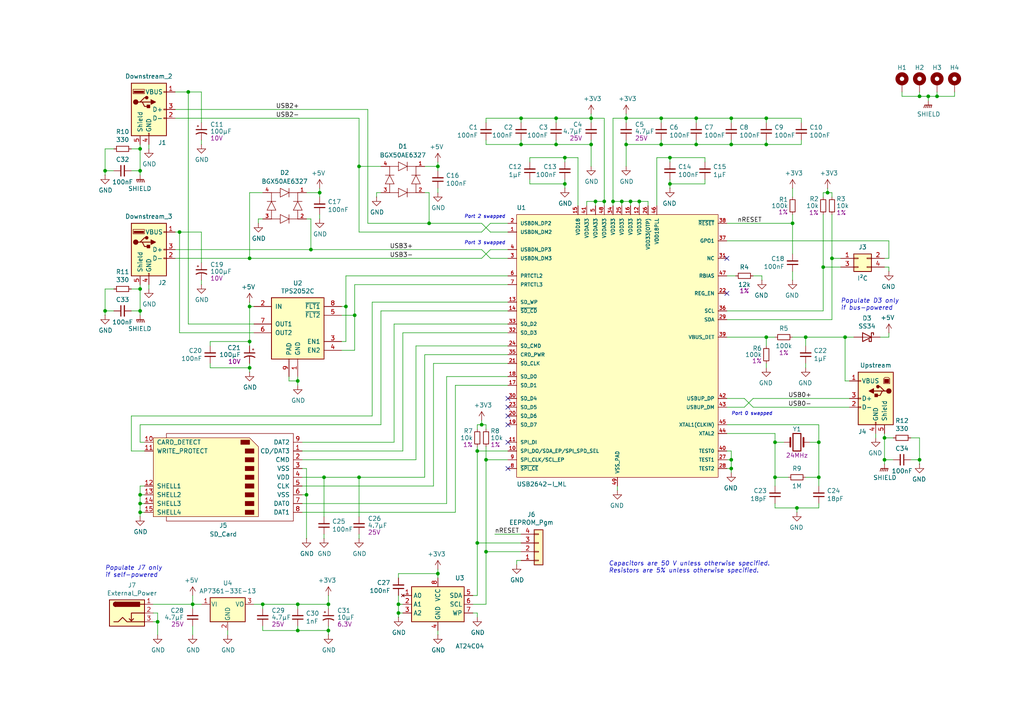
<source format=kicad_sch>
(kicad_sch (version 20231120) (generator "eeschema") (generator_version "8.0")
  (paper "A4")
  (title_block (title "Project 2901") (date "22/11/2020") (rev "1.0") (company "Douglas Almeida") (comment 1 "SD card reader with 2-port USB hub and I²C bridge."))
  (junction (at 138.43 157.48))
  (junction (at 256.54 133.35))
  (junction (at 139.7 123.19))
  (junction (at 140.97 133.35))
  (junction (at 40.64 146.05))
  (junction (at 163.83 53.34))
  (junction (at 266.7 133.35))
  (junction (at 115.57 175.26))
  (junction (at 161.29 34.29))
  (junction (at 88.9 143.51))
  (junction (at 86.36 175.26))
  (junction (at 40.64 148.59))
  (junction (at 212.09 41.91))
  (junction (at 72.39 88.9))
  (junction (at 104.14 138.43))
  (junction (at 172.72 58.42))
  (junction (at 269.24 27.94))
  (junction (at 30.48 90.17))
  (junction (at 163.83 45.72))
  (junction (at 180.34 58.42))
  (junction (at 231.14 147.32))
  (junction (at 194.31 45.72))
  (junction (at 55.88 175.26))
  (junction (at 40.64 49.53))
  (junction (at 222.25 41.91))
  (junction (at 138.43 130.81))
  (junction (at 266.7 27.94))
  (junction (at 212.09 34.29))
  (junction (at 151.13 41.91))
  (junction (at 181.61 41.91))
  (junction (at 237.49 138.43))
  (junction (at 182.88 58.42))
  (junction (at 95.25 182.88))
  (junction (at 212.09 135.89))
  (junction (at 86.36 182.88))
  (junction (at 171.45 41.91))
  (junction (at 90.17 72.39))
  (junction (at 115.57 177.8))
  (junction (at 127 166.37))
  (junction (at 233.68 97.79))
  (junction (at 127 48.26))
  (junction (at 229.87 64.77))
  (junction (at 194.31 53.34))
  (junction (at 95.25 175.26))
  (junction (at 171.45 34.29))
  (junction (at 102.87 91.44))
  (junction (at 40.64 43.18))
  (junction (at 222.25 34.29))
  (junction (at 40.64 143.51))
  (junction (at 93.98 138.43))
  (junction (at 140.97 160.02))
  (junction (at 76.2 175.26))
  (junction (at 201.93 34.29))
  (junction (at 45.72 180.34))
  (junction (at 92.71 55.88))
  (junction (at 52.07 67.31))
  (junction (at 86.36 110.49))
  (junction (at 238.76 77.47))
  (junction (at 245.11 97.79))
  (junction (at 224.79 138.43))
  (junction (at 104.14 48.26))
  (junction (at 100.33 88.9))
  (junction (at 201.93 41.91))
  (junction (at 222.25 97.79))
  (junction (at 256.54 127))
  (junction (at 175.26 58.42))
  (junction (at 124.46 64.77))
  (junction (at 240.03 55.88))
  (junction (at 271.78 27.94))
  (junction (at 177.8 58.42))
  (junction (at 40.64 90.17))
  (junction (at 151.13 34.29))
  (junction (at 181.61 34.29))
  (junction (at 72.39 99.06))
  (junction (at 191.77 34.29))
  (junction (at 191.77 41.91))
  (junction (at 224.79 128.27))
  (junction (at 72.39 106.68))
  (junction (at 54.61 26.67))
  (junction (at 185.42 58.42))
  (junction (at 241.3 74.93))
  (junction (at 237.49 128.27))
  (junction (at 212.09 133.35))
  (junction (at 40.64 83.82))
  (junction (at 161.29 41.91))
  (junction (at 30.48 49.53))
  (junction (at 72.39 74.93))
  (no_connect (at 210.82 85.09))
  (no_connect (at 147.32 120.65))
  (no_connect (at 210.82 74.93))
  (no_connect (at 147.32 135.89))
  (no_connect (at 147.32 118.11))
  (no_connect (at 147.32 115.57))
  (no_connect (at 147.32 128.27))
  (no_connect (at 147.32 123.19))
  (wire (pts (xy 151.13 41.91) (xy 161.29 41.91)))
  (wire (pts (xy 256.54 77.47) (xy 257.81 77.47)))
  (wire (pts (xy 220.98 80.01) (xy 218.44 80.01)))
  (wire (pts (xy 123.19 55.88) (xy 124.46 55.88)))
  (wire (pts (xy 237.49 123.19) (xy 237.49 128.27)))
  (wire (pts (xy 142.24 74.93) (xy 139.7 72.39)))
  (wire (pts (xy 212.09 41.91) (xy 222.25 41.91)))
  (wire (pts (xy 147.32 111.76) (xy 132.08 111.76)))
  (wire (pts (xy 204.47 45.72) (xy 194.31 45.72)))
  (wire (pts (xy 233.68 97.79) (xy 229.87 97.79)))
  (wire (pts (xy 218.44 115.57) (xy 246.38 115.57)))
  (wire (pts (xy 256.54 74.93) (xy 257.81 74.93)))
  (wire (pts (xy 261.62 27.94) (xy 266.7 27.94)))
  (wire (pts (xy 191.77 41.91) (xy 181.61 41.91)))
  (wire (pts (xy 100.33 80.01) (xy 100.33 88.9)))
  (wire (pts (xy 129.54 146.05) (xy 87.63 146.05)))
  (wire (pts (xy 45.72 180.34) (xy 45.72 177.8)))
  (wire (pts (xy 237.49 146.05) (xy 237.49 147.32)))
  (wire (pts (xy 86.36 182.88) (xy 95.25 182.88)))
  (wire (pts (xy 257.81 74.93) (xy 257.81 69.85)))
  (wire (pts (xy 147.32 109.22) (xy 129.54 109.22)))
  (wire (pts (xy 210.82 92.71) (xy 241.3 92.71)))
  (wire (pts (xy 212.09 35.56) (xy 212.09 34.29)))
  (wire (pts (xy 237.49 128.27) (xy 237.49 138.43)))
  (wire (pts (xy 204.47 52.07) (xy 204.47 53.34)))
  (wire (pts (xy 140.97 34.29) (xy 151.13 34.29)))
  (wire (pts (xy 74.93 63.5) (xy 74.93 64.77)))
  (wire (pts (xy 175.26 58.42) (xy 175.26 59.69)))
  (wire (pts (xy 116.84 96.52) (xy 116.84 130.81)))
  (wire (pts (xy 110.49 123.19) (xy 40.64 123.19)))
  (wire (pts (xy 194.31 53.34) (xy 194.31 54.61)))
  (wire (pts (xy 201.93 35.56) (xy 201.93 34.29)))
  (wire (pts (xy 41.91 140.97) (xy 40.64 140.97)))
  (wire (pts (xy 95.25 181.61) (xy 95.25 182.88)))
  (wire (pts (xy 125.73 140.97) (xy 87.63 140.97)))
  (wire (pts (xy 55.88 172.72) (xy 55.88 175.26)))
  (wire (pts (xy 88.9 143.51) (xy 87.63 143.51)))
  (wire (pts (xy 116.84 175.26) (xy 115.57 175.26)))
  (wire (pts (xy 86.36 111.76) (xy 86.36 110.49)))
  (wire (pts (xy 40.64 146.05) (xy 40.64 143.51)))
  (wire (pts (xy 30.48 43.18) (xy 33.02 43.18)))
  (wire (pts (xy 76.2 175.26) (xy 76.2 176.53)))
  (wire (pts (xy 276.86 26.67) (xy 276.86 27.94)))
  (wire (pts (xy 232.41 41.91) (xy 222.25 41.91)))
  (wire (pts (xy 125.73 105.41) (xy 125.73 140.97)))
  (wire (pts (xy 185.42 58.42) (xy 182.88 58.42)))
  (wire (pts (xy 127 49.53) (xy 127 48.26)))
  (wire (pts (xy 204.47 46.99) (xy 204.47 45.72)))
  (wire (pts (xy 140.97 129.54) (xy 140.97 133.35)))
  (wire (pts (xy 269.24 27.94) (xy 266.7 27.94)))
  (wire (pts (xy 58.42 76.2) (xy 58.42 67.31)))
  (wire (pts (xy 106.68 31.75) (xy 50.8 31.75)))
  (wire (pts (xy 115.57 166.37) (xy 115.57 167.64)))
  (wire (pts (xy 30.48 50.8) (xy 30.48 49.53)))
  (wire (pts (xy 238.76 62.23) (xy 238.76 77.47)))
  (wire (pts (xy 95.25 172.72) (xy 95.25 175.26)))
  (wire (pts (xy 266.7 133.35) (xy 266.7 127)))
  (wire (pts (xy 256.54 133.35) (xy 256.54 134.62)))
  (wire (pts (xy 83.82 110.49) (xy 83.82 109.22)))
  (wire (pts (xy 120.65 100.33) (xy 120.65 133.35)))
  (wire (pts (xy 191.77 34.29) (xy 181.61 34.29)))
  (wire (pts (xy 139.7 121.92) (xy 139.7 123.19)))
  (wire (pts (xy 147.32 133.35) (xy 140.97 133.35)))
  (wire (pts (xy 115.57 175.26) (xy 115.57 177.8)))
  (wire (pts (xy 95.25 175.26) (xy 86.36 175.26)))
  (wire (pts (xy 139.7 64.77) (xy 124.46 64.77)))
  (wire (pts (xy 40.64 43.18) (xy 40.64 49.53)))
  (wire (pts (xy 171.45 35.56) (xy 171.45 34.29)))
  (wire (pts (xy 40.64 90.17) (xy 40.64 91.44)))
  (wire (pts (xy 210.82 97.79) (xy 222.25 97.79)))
  (wire (pts (xy 115.57 179.07) (xy 115.57 177.8)))
  (wire (pts (xy 40.64 49.53) (xy 40.64 50.8)))
  (wire (pts (xy 231.14 147.32) (xy 231.14 148.59)))
  (wire (pts (xy 104.14 156.21) (xy 104.14 154.94)))
  (wire (pts (xy 93.98 156.21) (xy 93.98 154.94)))
  (wire (pts (xy 107.95 120.65) (xy 107.95 87.63)))
  (wire (pts (xy 153.67 52.07) (xy 153.67 53.34)))
  (wire (pts (xy 153.67 46.99) (xy 153.67 45.72)))
  (wire (pts (xy 40.64 123.19) (xy 40.64 128.27)))
  (wire (pts (xy 60.96 106.68) (xy 72.39 106.68)))
  (wire (pts (xy 224.79 147.32) (xy 231.14 147.32)))
  (wire (pts (xy 120.65 133.35) (xy 87.63 133.35)))
  (wire (pts (xy 123.19 102.87) (xy 123.19 138.43)))
  (wire (pts (xy 212.09 41.91) (xy 201.93 41.91)))
  (wire (pts (xy 191.77 35.56) (xy 191.77 34.29)))
  (wire (pts (xy 58.42 41.91) (xy 58.42 40.64)))
  (wire (pts (xy 73.66 93.98) (xy 54.61 93.98)))
  (wire (pts (xy 147.32 64.77) (xy 142.24 64.77)))
  (wire (pts (xy 212.09 34.29) (xy 201.93 34.29)))
  (wire (pts (xy 147.32 96.52) (xy 116.84 96.52)))
  (wire (pts (xy 147.32 74.93) (xy 142.24 74.93)))
  (wire (pts (xy 124.46 55.88) (xy 124.46 64.77)))
  (wire (pts (xy 54.61 26.67) (xy 50.8 26.67)))
  (wire (pts (xy 170.18 58.42) (xy 172.72 58.42)))
  (wire (pts (xy 266.7 134.62) (xy 266.7 133.35)))
  (wire (pts (xy 86.36 181.61) (xy 86.36 182.88)))
  (wire (pts (xy 264.16 133.35) (xy 266.7 133.35)))
  (wire (pts (xy 72.39 74.93) (xy 139.7 74.93)))
  (wire (pts (xy 140.97 40.64) (xy 140.97 41.91)))
  (wire (pts (xy 115.57 177.8) (xy 116.84 177.8)))
  (wire (pts (xy 241.3 55.88) (xy 241.3 57.15)))
  (wire (pts (xy 215.9 115.57) (xy 218.44 118.11)))
  (wire (pts (xy 237.49 147.32) (xy 231.14 147.32)))
  (wire (pts (xy 237.49 138.43) (xy 237.49 140.97)))
  (wire (pts (xy 238.76 55.88) (xy 240.03 55.88)))
  (wire (pts (xy 142.24 67.31) (xy 139.7 64.77)))
  (wire (pts (xy 72.39 106.68) (xy 72.39 107.95)))
  (wire (pts (xy 215.9 118.11) (xy 218.44 115.57)))
  (wire (pts (xy 54.61 93.98) (xy 54.61 26.67)))
  (wire (pts (xy 102.87 82.55) (xy 102.87 91.44)))
  (wire (pts (xy 142.24 72.39) (xy 139.7 74.93)))
  (wire (pts (xy 116.84 130.81) (xy 87.63 130.81)))
  (wire (pts (xy 127 167.64) (xy 127 166.37)))
  (wire (pts (xy 99.06 99.06) (xy 100.33 99.06)))
  (wire (pts (xy 218.44 118.11) (xy 246.38 118.11)))
  (wire (pts (xy 33.02 90.17) (xy 30.48 90.17)))
  (wire (pts (xy 107.95 87.63) (xy 147.32 87.63)))
  (wire (pts (xy 72.39 87.63) (xy 72.39 88.9)))
  (wire (pts (xy 201.93 40.64) (xy 201.93 41.91)))
  (wire (pts (xy 269.24 29.21) (xy 269.24 27.94)))
  (wire (pts (xy 161.29 40.64) (xy 161.29 41.91)))
  (wire (pts (xy 38.1 83.82) (xy 40.64 83.82)))
  (wire (pts (xy 181.61 48.26) (xy 181.61 41.91)))
  (wire (pts (xy 243.84 74.93) (xy 241.3 74.93)))
  (wire (pts (xy 171.45 48.26) (xy 171.45 41.91)))
  (wire (pts (xy 110.49 48.26) (xy 104.14 48.26)))
  (wire (pts (xy 187.96 59.69) (xy 187.96 58.42)))
  (wire (pts (xy 257.81 97.79) (xy 255.27 97.79)))
  (wire (pts (xy 72.39 99.06) (xy 72.39 88.9)))
  (wire (pts (xy 149.86 163.83) (xy 149.86 162.56)))
  (wire (pts (xy 90.17 72.39) (xy 139.7 72.39)))
  (wire (pts (xy 90.17 63.5) (xy 90.17 72.39)))
  (wire (pts (xy 237.49 138.43) (xy 233.68 138.43)))
  (wire (pts (xy 212.09 137.16) (xy 212.09 135.89)))
  (wire (pts (xy 72.39 74.93) (xy 50.8 74.93)))
  (wire (pts (xy 181.61 35.56) (xy 181.61 34.29)))
  (wire (pts (xy 52.07 67.31) (xy 50.8 67.31)))
  (wire (pts (xy 256.54 125.73) (xy 256.54 127)))
  (wire (pts (xy 138.43 172.72) (xy 137.16 172.72)))
  (wire (pts (xy 99.06 101.6) (xy 102.87 101.6)))
  (wire (pts (xy 73.66 175.26) (xy 76.2 175.26)))
  (wire (pts (xy 212.09 135.89) (xy 210.82 135.89)))
  (wire (pts (xy 224.79 146.05) (xy 224.79 147.32)))
  (wire (pts (xy 87.63 138.43) (xy 93.98 138.43)))
  (wire (pts (xy 151.13 34.29) (xy 161.29 34.29)))
  (wire (pts (xy 190.5 45.72) (xy 190.5 59.69)))
  (wire (pts (xy 41.91 146.05) (xy 40.64 146.05)))
  (wire (pts (xy 201.93 34.29) (xy 191.77 34.29)))
  (wire (pts (xy 138.43 129.54) (xy 138.43 130.81)))
  (wire (pts (xy 139.7 123.19) (xy 140.97 123.19)))
  (wire (pts (xy 147.32 67.31) (xy 142.24 67.31)))
  (wire (pts (xy 138.43 123.19) (xy 139.7 123.19)))
  (wire (pts (xy 180.34 58.42) (xy 182.88 58.42)))
  (wire (pts (xy 40.64 41.91) (xy 40.64 43.18)))
  (wire (pts (xy 232.41 34.29) (xy 232.41 35.56)))
  (wire (pts (xy 110.49 90.17) (xy 110.49 123.19)))
  (wire (pts (xy 86.36 176.53) (xy 86.36 175.26)))
  (wire (pts (xy 86.36 109.22) (xy 86.36 110.49)))
  (wire (pts (xy 140.97 35.56) (xy 140.97 34.29)))
  (wire (pts (xy 151.13 157.48) (xy 138.43 157.48)))
  (wire (pts (xy 92.71 55.88) (xy 92.71 54.61)))
  (wire (pts (xy 201.93 41.91) (xy 191.77 41.91)))
  (wire (pts (xy 224.79 125.73) (xy 224.79 128.27)))
  (wire (pts (xy 140.97 175.26) (xy 137.16 175.26)))
  (wire (pts (xy 72.39 88.9) (xy 73.66 88.9)))
  (wire (pts (xy 147.32 90.17) (xy 110.49 90.17)))
  (wire (pts (xy 41.91 130.81) (xy 38.1 130.81)))
  (wire (pts (xy 114.3 128.27) (xy 87.63 128.27)))
  (wire (pts (xy 210.82 115.57) (xy 215.9 115.57)))
  (wire (pts (xy 88.9 55.88) (xy 92.71 55.88)))
  (wire (pts (xy 213.36 80.01) (xy 210.82 80.01)))
  (wire (pts (xy 222.25 100.33) (xy 222.25 97.79)))
  (wire (pts (xy 266.7 127) (xy 264.16 127)))
  (wire (pts (xy 66.04 184.15) (xy 66.04 182.88)))
  (wire (pts (xy 138.43 130.81) (xy 138.43 157.48)))
  (wire (pts (xy 229.87 64.77) (xy 229.87 62.23)))
  (wire (pts (xy 151.13 154.94) (xy 143.51 154.94)))
  (wire (pts (xy 222.25 105.41) (xy 222.25 106.68)))
  (wire (pts (xy 266.7 26.67) (xy 266.7 27.94)))
  (wire (pts (xy 58.42 67.31) (xy 52.07 67.31)))
  (wire (pts (xy 50.8 72.39) (xy 90.17 72.39)))
  (wire (pts (xy 38.1 49.53) (xy 40.64 49.53)))
  (wire (pts (xy 73.66 96.52) (xy 52.07 96.52)))
  (wire (pts (xy 194.31 46.99) (xy 194.31 45.72)))
  (wire (pts (xy 232.41 40.64) (xy 232.41 41.91)))
  (wire (pts (xy 38.1 130.81) (xy 38.1 120.65)))
  (wire (pts (xy 243.84 77.47) (xy 238.76 77.47)))
  (wire (pts (xy 60.96 105.41) (xy 60.96 106.68)))
  (wire (pts (xy 93.98 149.86) (xy 93.98 138.43)))
  (wire (pts (xy 127 48.26) (xy 123.19 48.26)))
  (wire (pts (xy 76.2 55.88) (xy 72.39 55.88)))
  (wire (pts (xy 127 166.37) (xy 115.57 166.37)))
  (wire (pts (xy 224.79 97.79) (xy 222.25 97.79)))
  (wire (pts (xy 104.14 34.29) (xy 104.14 48.26)))
  (wire (pts (xy 138.43 124.46) (xy 138.43 123.19)))
  (wire (pts (xy 191.77 40.64) (xy 191.77 41.91)))
  (wire (pts (xy 30.48 90.17) (xy 30.48 83.82)))
  (wire (pts (xy 147.32 72.39) (xy 142.24 72.39)))
  (wire (pts (xy 93.98 138.43) (xy 104.14 138.43)))
  (wire (pts (xy 245.11 97.79) (xy 247.65 97.79)))
  (wire (pts (xy 180.34 59.69) (xy 180.34 58.42)))
  (wire (pts (xy 129.54 109.22) (xy 129.54 146.05)))
  (wire (pts (xy 161.29 34.29) (xy 171.45 34.29)))
  (wire (pts (xy 177.8 58.42) (xy 180.34 58.42)))
  (wire (pts (xy 171.45 40.64) (xy 171.45 41.91)))
  (wire (pts (xy 140.97 133.35) (xy 140.97 160.02)))
  (wire (pts (xy 52.07 96.52) (xy 52.07 67.31)))
  (wire (pts (xy 44.45 175.26) (xy 55.88 175.26)))
  (wire (pts (xy 257.81 77.47) (xy 257.81 78.74)))
  (wire (pts (xy 222.25 35.56) (xy 222.25 34.29)))
  (wire (pts (xy 38.1 90.17) (xy 40.64 90.17)))
  (wire (pts (xy 76.2 181.61) (xy 76.2 182.88)))
  (wire (pts (xy 227.33 128.27) (xy 224.79 128.27)))
  (wire (pts (xy 87.63 135.89) (xy 88.9 135.89)))
  (wire (pts (xy 234.95 128.27) (xy 237.49 128.27)))
  (wire (pts (xy 40.64 82.55) (xy 40.64 83.82)))
  (wire (pts (xy 88.9 63.5) (xy 90.17 63.5)))
  (wire (pts (xy 210.82 123.19) (xy 237.49 123.19)))
  (wire (pts (xy 261.62 26.67) (xy 261.62 27.94)))
  (wire (pts (xy 177.8 59.69) (xy 177.8 58.42)))
  (wire (pts (xy 240.03 54.61) (xy 240.03 55.88)))
  (wire (pts (xy 163.83 52.07) (xy 163.83 53.34)))
  (wire (pts (xy 124.46 64.77) (xy 106.68 64.77)))
  (wire (pts (xy 171.45 33.02) (xy 171.45 34.29)))
  (wire (pts (xy 147.32 93.98) (xy 114.3 93.98)))
  (wire (pts (xy 153.67 53.34) (xy 163.83 53.34)))
  (wire (pts (xy 181.61 34.29) (xy 177.8 34.29)))
  (wire (pts (xy 171.45 34.29) (xy 175.26 34.29)))
  (wire (pts (xy 175.26 34.29) (xy 175.26 58.42)))
  (wire (pts (xy 233.68 100.33) (xy 233.68 97.79)))
  (wire (pts (xy 179.07 140.97) (xy 179.07 142.24)))
  (wire (pts (xy 147.32 105.41) (xy 125.73 105.41)))
  (wire (pts (xy 210.82 118.11) (xy 215.9 118.11)))
  (wire (pts (xy 92.71 57.15) (xy 92.71 55.88)))
  (wire (pts (xy 40.64 83.82) (xy 40.64 90.17)))
  (wire (pts (xy 151.13 40.64) (xy 151.13 41.91)))
  (wire (pts (xy 245.11 110.49) (xy 245.11 97.79)))
  (wire (pts (xy 210.82 64.77) (xy 229.87 64.77)))
  (wire (pts (xy 115.57 172.72) (xy 115.57 175.26)))
  (wire (pts (xy 40.64 143.51) (xy 41.91 143.51)))
  (wire (pts (xy 40.64 149.86) (xy 40.64 148.59)))
  (wire (pts (xy 276.86 27.94) (xy 271.78 27.94)))
  (wire (pts (xy 140.97 160.02) (xy 140.97 175.26)))
  (wire (pts (xy 33.02 49.53) (xy 30.48 49.53)))
  (wire (pts (xy 147.32 82.55) (xy 102.87 82.55)))
  (wire (pts (xy 194.31 45.72) (xy 190.5 45.72)))
  (wire (pts (xy 210.82 90.17) (xy 238.76 90.17)))
  (wire (pts (xy 88.9 156.21) (xy 88.9 143.51)))
  (wire (pts (xy 127 184.15) (xy 127 182.88)))
  (wire (pts (xy 43.18 43.18) (xy 43.18 41.91)))
  (wire (pts (xy 55.88 175.26) (xy 58.42 175.26)))
  (wire (pts (xy 210.82 133.35) (xy 212.09 133.35)))
  (wire (pts (xy 151.13 160.02) (xy 140.97 160.02)))
  (wire (pts (xy 172.72 58.42) (xy 175.26 58.42)))
  (wire (pts (xy 109.22 57.15) (xy 109.22 55.88)))
  (wire (pts (xy 58.42 26.67) (xy 54.61 26.67)))
  (wire (pts (xy 222.25 34.29) (xy 212.09 34.29)))
  (wire (pts (xy 182.88 58.42) (xy 182.88 59.69)))
  (wire (pts (xy 187.96 58.42) (xy 185.42 58.42)))
  (wire (pts (xy 181.61 40.64) (xy 181.61 41.91)))
  (wire (pts (xy 95.25 182.88) (xy 95.25 184.15)))
  (wire (pts (xy 104.14 149.86) (xy 104.14 138.43)))
  (wire (pts (xy 147.32 80.01) (xy 100.33 80.01)))
  (wire (pts (xy 104.14 138.43) (xy 123.19 138.43)))
  (wire (pts (xy 151.13 35.56) (xy 151.13 34.29)))
  (wire (pts (xy 40.64 140.97) (xy 40.64 143.51)))
  (wire (pts (xy 76.2 63.5) (xy 74.93 63.5)))
  (wire (pts (xy 238.76 77.47) (xy 238.76 90.17)))
  (wire (pts (xy 210.82 130.81) (xy 212.09 130.81)))
  (wire (pts (xy 60.96 100.33) (xy 60.96 99.06)))
  (wire (pts (xy 45.72 177.8) (xy 44.45 177.8)))
  (wire (pts (xy 30.48 83.82) (xy 33.02 83.82)))
  (wire (pts (xy 30.48 91.44) (xy 30.48 90.17)))
  (wire (pts (xy 40.64 128.27) (xy 41.91 128.27)))
  (wire (pts (xy 163.83 53.34) (xy 163.83 54.61)))
  (wire (pts (xy 132.08 111.76) (xy 132.08 148.59)))
  (wire (pts (xy 86.36 175.26) (xy 76.2 175.26)))
  (wire (pts (xy 58.42 82.55) (xy 58.42 81.28)))
  (wire (pts (xy 43.18 82.55) (xy 43.18 83.82)))
  (wire (pts (xy 241.3 62.23) (xy 241.3 74.93)))
  (wire (pts (xy 44.45 180.34) (xy 45.72 180.34)))
  (wire (pts (xy 271.78 26.67) (xy 271.78 27.94)))
  (wire (pts (xy 228.6 138.43) (xy 224.79 138.43)))
  (wire (pts (xy 99.06 91.44) (xy 102.87 91.44)))
  (wire (pts (xy 161.29 41.91) (xy 171.45 41.91)))
  (wire (pts (xy 45.72 184.15) (xy 45.72 180.34)))
  (wire (pts (xy 41.91 148.59) (xy 40.64 148.59)))
  (wire (pts (xy 241.3 74.93) (xy 241.3 92.71)))
  (wire (pts (xy 109.22 55.88) (xy 110.49 55.88)))
  (wire (pts (xy 149.86 162.56) (xy 151.13 162.56)))
  (wire (pts (xy 167.64 45.72) (xy 167.64 59.69)))
  (wire (pts (xy 100.33 88.9) (xy 100.33 99.06)))
  (wire (pts (xy 177.8 34.29) (xy 177.8 58.42)))
  (wire (pts (xy 140.97 41.91) (xy 151.13 41.91)))
  (wire (pts (xy 72.39 55.88) (xy 72.39 74.93)))
  (wire (pts (xy 259.08 133.35) (xy 256.54 133.35)))
  (wire (pts (xy 104.14 48.26) (xy 104.14 67.31)))
  (wire (pts (xy 271.78 27.94) (xy 269.24 27.94)))
  (wire (pts (xy 92.71 63.5) (xy 92.71 62.23)))
  (wire (pts (xy 72.39 100.33) (xy 72.39 99.06)))
  (wire (pts (xy 181.61 33.02) (xy 181.61 34.29)))
  (wire (pts (xy 76.2 182.88) (xy 86.36 182.88)))
  (wire (pts (xy 99.06 88.9) (xy 100.33 88.9)))
  (wire (pts (xy 40.64 148.59) (xy 40.64 146.05)))
  (wire (pts (xy 240.03 55.88) (xy 241.3 55.88)))
  (wire (pts (xy 222.25 41.91) (xy 222.25 40.64)))
  (wire (pts (xy 38.1 120.65) (xy 107.95 120.65)))
  (wire (pts (xy 212.09 133.35) (xy 212.09 135.89)))
  (wire (pts (xy 229.87 78.74) (xy 229.87 81.28)))
  (wire (pts (xy 104.14 67.31) (xy 139.7 67.31)))
  (wire (pts (xy 212.09 40.64) (xy 212.09 41.91)))
  (wire (pts (xy 204.47 53.34) (xy 194.31 53.34)))
  (wire (pts (xy 55.88 176.53) (xy 55.88 175.26)))
  (wire (pts (xy 58.42 35.56) (xy 58.42 26.67)))
  (wire (pts (xy 163.83 46.99) (xy 163.83 45.72)))
  (wire (pts (xy 224.79 128.27) (xy 224.79 138.43)))
  (wire (pts (xy 138.43 177.8) (xy 138.43 179.07)))
  (wire (pts (xy 86.36 110.49) (xy 83.82 110.49)))
  (wire (pts (xy 50.8 34.29) (xy 104.14 34.29)))
  (wire (pts (xy 153.67 45.72) (xy 163.83 45.72)))
  (wire (pts (xy 238.76 57.15) (xy 238.76 55.88)))
  (wire (pts (xy 55.88 184.15) (xy 55.88 181.61)))
  (wire (pts (xy 259.08 127) (xy 256.54 127)))
  (wire (pts (xy 246.38 110.49) (xy 245.11 110.49)))
  (wire (pts (xy 229.87 64.77) (xy 229.87 73.66)))
  (wire (pts (xy 95.25 176.53) (xy 95.25 175.26)))
  (wire (pts (xy 72.39 105.41) (xy 72.39 106.68)))
  (wire (pts (xy 142.24 64.77) (xy 139.7 67.31)))
  (wire (pts (xy 161.29 35.56) (xy 161.29 34.29)))
  (wire (pts (xy 222.25 34.29) (xy 232.41 34.29)))
  (wire (pts (xy 60.96 99.06) (xy 72.39 99.06)))
  (wire (pts (xy 38.1 43.18) (xy 40.64 43.18)))
  (wire (pts (xy 212.09 130.81) (xy 212.09 133.35)))
  (wire (pts (xy 170.18 59.69) (xy 170.18 58.42)))
  (wire (pts (xy 102.87 101.6) (xy 102.87 91.44)))
  (wire (pts (xy 210.82 125.73) (xy 224.79 125.73)))
  (wire (pts (xy 185.42 59.69) (xy 185.42 58.42)))
  (wire (pts (xy 194.31 52.07) (xy 194.31 53.34)))
  (wire (pts (xy 127 55.88) (xy 127 54.61)))
  (wire (pts (xy 254 125.73) (xy 254 127)))
  (wire (pts (xy 220.98 81.28) (xy 220.98 80.01)))
  (wire (pts (xy 256.54 127) (xy 256.54 133.35)))
  (wire (pts (xy 245.11 97.79) (xy 233.68 97.79)))
  (wire (pts (xy 233.68 105.41) (xy 233.68 106.68)))
  (wire (pts (xy 106.68 31.75) (xy 106.68 64.77)))
  (wire (pts (xy 127 46.99) (xy 127 48.26)))
  (wire (pts (xy 147.32 100.33) (xy 120.65 100.33)))
  (wire (pts (xy 30.48 49.53) (xy 30.48 43.18)))
  (wire (pts (xy 147.32 102.87) (xy 123.19 102.87)))
  (wire (pts (xy 210.82 69.85) (xy 257.81 69.85)))
  (wire (pts (xy 88.9 135.89) (xy 88.9 143.51)))
  (wire (pts (xy 132.08 148.59) (xy 87.63 148.59)))
  (wire (pts (xy 172.72 59.69) (xy 172.72 58.42)))
  (wire (pts (xy 224.79 138.43) (xy 224.79 140.97)))
  (wire (pts (xy 163.83 45.72) (xy 167.64 45.72)))
  (wire (pts (xy 138.43 130.81) (xy 147.32 130.81)))
  (wire (pts (xy 229.87 57.15) (xy 229.87 54.61)))
  (wire (pts (xy 140.97 123.19) (xy 140.97 124.46)))
  (wire (pts (xy 114.3 93.98) (xy 114.3 128.27)))
  (wire (pts (xy 127 165.1) (xy 127 166.37)))
  (wire (pts (xy 257.81 96.52) (xy 257.81 97.79)))
  (wire (pts (xy 137.16 177.8) (xy 138.43 177.8)))
  (wire (pts (xy 138.43 157.48) (xy 138.43 172.72)))
  (text "Port 0 swapped" (at 212.09 120.65 0) (effects (font (size 0.9906 0.9906) (italic yes)) (justify left bottom)))
  (text "Capacitors are 50 V unless otherwise specified.\nResistors are 5% unless otherwise specified." (at 176.53 166.37 0) (effects (font (size 1.27 1.27) (italic yes)) (justify left bottom)))
  (text "Port 3 swapped" (at 134.62 71.12 0) (effects (font (size 0.9906 0.9906) (italic yes)) (justify left bottom)))
  (text "Port 2 swapped" (at 134.62 63.5 0) (effects (font (size 0.9906 0.9906) (italic yes)) (justify left bottom)))
  (text "Populate D3 only\nif bus-powered" (at 243.84 90.17 0) (effects (font (size 1.27 1.27) (italic yes)) (justify left bottom)))
  (text "Populate J7 only\nif self-powered" (at 30.48 167.64 0) (effects (font (size 1.27 1.27) (italic yes)) (justify left bottom)))
  (label "USB0+" (at 228.6 115.57 0))
  (label "USB3+" (at 113.03 72.39 0))
  (label "nRESET" (at 143.51 154.94 0))
  (label "USB0-" (at 228.6 118.11 0))
  (label "nRESET" (at 220.98 64.77 180))
  (label "USB2+" (at 80.01 31.75 0))
  (label "USB2-" (at 80.01 34.29 0))
  (label "USB3-" (at 113.03 74.93 0))
  (symbol (lib_id "Extra:USB2642-I_ML") (at 179.07 100.33 0) (unit 1)
    (property "Reference" "U1" (at 149.86 60.96 0) (effects (justify left bottom)))
    (property "Value" "USB2642-I_ML" (at 149.86 139.7 0) (effects (justify left top)))
    (property "Footprint" "Extra:Microchip_USB2642-I_ML" (effects (hide yes)))
    (property "Datasheet" "http://ww1.microchip.com/downloads/en/DeviceDoc/00001578C.pdf" (effects (hide yes)))
    (property "Part#" "USB2642-I/ML-SEU" (effects (hide yes)))
  )
  (symbol (lib_id "Extra:TPS2052C") (at 86.36 93.98 0) (mirror y) (unit 1)
    (property "Reference" "U2" (at 86.36 82.1182 0))
    (property "Value" "TPS2052C" (at 86.36 84.4296 0))
    (property "Footprint" "Extra:TI_DGN0008G" (effects (hide yes)))
    (property "Datasheet" "https://www.ti.com/lit/ds/symlink/tps2052c.pdf" (effects (hide yes)))
    (property "Part#" "TPS2052CDGNR" (effects (hide yes)))
  )
  (symbol (lib_id "Connector:USB_A") (at 43.18 31.75 0) (unit 1)
    (property "Reference" "J1" (at 48.26 40.64 0) (effects (justify right top)))
    (property "Value" "Downstream_2" (at 43.18 22.86 0) (effects (justify bottom)))
    (property "Footprint" "Extra:AF90_protruded_6_mm" (effects (hide yes)))
    (property "Datasheet" " ~" (effects (hide yes)))
    (property "Part#" "AF90" (effects (hide yes)))
  )
  (symbol (lib_id "Connector:USB_A") (at 43.18 72.39 0) (unit 1)
    (property "Reference" "J2" (at 48.26 81.28 0) (effects (justify right top)))
    (property "Value" "Downstream_3" (at 43.18 63.5 0) (effects (justify bottom)))
    (property "Footprint" "Extra:AF90_protruded_6_mm" (effects (hide yes)))
    (property "Datasheet" " ~" (effects (hide yes)))
    (property "Part#" "AF90" (effects (hide yes)))
  )
  (symbol (lib_id "Connector:USB_B") (at 254 115.57 0) (mirror y) (unit 1)
    (property "Reference" "J4" (at 248.92 124.46 0) (effects (justify right top)))
    (property "Value" "Upstream" (at 254 106.68 0) (effects (justify bottom)))
    (property "Footprint" "Extra:USB_B_OST_USB-B1HSxx_Horizontal_Protruded_6_mm" (effects (hide yes)))
    (property "Datasheet" " ~" (effects (hide yes)))
    (property "Part#" "YH-USB03" (effects (hide yes)))
  )
  (symbol (lib_id "Extra:AP7361-33E-13") (at 66.04 175.26 0) (unit 1)
    (property "Reference" "U4" (at 66.04 169.1132 0))
    (property "Value" "AP7361-33E-13" (at 66.04 171.4246 0))
    (property "Footprint" "Package_TO_SOT_SMD:SOT-223-3_TabPin2" (effects (hide yes)))
    (property "Datasheet" "https://www.diodes.com/assets/Datasheets/AP7361.pdf" (effects (hide yes)))
    (property "Part#" "AP7361-33E-13" (effects (hide yes)))
  )
  (symbol (lib_id "Device:D_Schottky") (at 251.46 97.79 0) (mirror y) (unit 1)
    (property "Reference" "D3" (at 251.46 92.3036 0))
    (property "Value" "SS34" (at 251.46 94.615 0))
    (property "Footprint" "Diode_SMD:D_SMC" (effects (hide yes)))
    (property "Datasheet" "https://www.vishay.com/docs/88751/ss32.pdf" (effects (hide yes)))
    (property "Part#" "SS34" (effects (hide yes)))
  )
  (symbol (lib_id "Extra:BGX50AE6327") (at 73.66 55.88 90) (mirror x) (unit 1)
    (property "Reference" "D2" (at 82.55 50.8 90) (effects (justify bottom)))
    (property "Value" "BGX50AE6327" (at 82.55 53.34 90) (effects (justify bottom)))
    (property "Footprint" "Extra:BGX50AE6327" (effects (hide yes)))
    (property "Datasheet" "https://www.infineon.com/dgdl/Infineon-BGX50ASERIES-DS-v01_01-en.pdf?fileId=db3a30431400ef6801141cc423c404e9" (effects (hide yes)))
    (property "Part#" "BGX 50A E6327" (effects (hide yes)))
  )
  (symbol (lib_id "Extra:AT24CS04") (at 127 175.26 0) (unit 1)
    (property "Reference" "U3" (at 133.35 167.64 0))
    (property "Value" "AT24C04" (at 132.08 186.69 0) (effects (justify left top)))
    (property "Footprint" "Extra:Atmel_AT24C04BN" (effects (hide yes)))
    (property "Datasheet" "https://www.mouser.com/datasheet/2/268/atmel_doc0180-1180509.pdf" (effects (hide yes)))
    (property "Description" "I2C Serial EEPROM, 4Kb (512x8), SOIC8" (effects (hide yes)))
    (property "Part#" "AT24C04N-10SU-2.7" (effects (hide yes)))
  )
  (symbol (lib_id "power:GND") (at 222.25 106.68 0) (mirror y) (unit 1)
    (property "Reference" "#PWR024" (effects (hide yes)))
    (property "Value" "GND" (at 222.123 111.0742 0))
  )
  (symbol (lib_id "power:GND") (at 212.09 137.16 0) (mirror y) (unit 1)
    (property "Reference" "#PWR030" (effects (hide yes)))
    (property "Value" "GND" (at 211.963 141.5542 0))
  )
  (symbol (lib_id "power:GND") (at 220.98 81.28 0) (mirror y) (unit 1)
    (property "Reference" "#PWR018" (effects (hide yes)))
    (property "Value" "GND" (at 220.853 85.6742 0))
  )
  (symbol (lib_id "Device:R_Small") (at 222.25 102.87 0) (mirror y) (unit 1)
    (property "Reference" "R6" (at 220.98 100.33 0) (effects (justify left top)))
    (property "Value" "100k" (at 220.98 102.87 0) (effects (justify left)))
    (property "Footprint" "Resistor_SMD:R_0805_2012Metric" (effects (hide yes)))
    (property "Description" "CRCW0805100KFKEA" (effects (hide yes)))
    (property "Tolerance" "1%" (at 220.98 105.41 0) (effects (justify left bottom)))
    (property "Part#" "CRCW0805100KFKEA" (effects (hide yes)))
  )
  (symbol (lib_id "Device:R_Small") (at 229.87 59.69 0) (mirror y) (unit 1)
    (property "Reference" "R1" (at 228.6 57.15 0) (effects (justify left top)))
    (property "Value" "100k" (at 228.6 59.69 0) (effects (justify left)))
    (property "Footprint" "Resistor_SMD:R_0805_2012Metric" (effects (hide yes)))
    (property "Description" "CRCW0805100KFKEA" (effects (hide yes)))
    (property "Tolerance" "1%" (at 228.6 62.23 0) (effects (justify left bottom)))
    (property "Part#" "CRCW0805100KFKEA" (effects (hide yes)))
  )
  (symbol (lib_id "Device:R_Small") (at 241.3 59.69 0) (unit 1)
    (property "Reference" "R3" (at 242.57 58.42 0) (effects (justify left bottom)))
    (property "Value" "10k" (at 242.57 59.69 0) (effects (justify left)))
    (property "Footprint" "Resistor_SMD:R_0805_2012Metric" (effects (hide yes)))
    (property "Description" "1%" (at 242.57 60.96 0) (effects (justify left top)))
    (property "Part#" "08051%10K" (effects (hide yes)))
  )
  (symbol (lib_id "Device:R_Small") (at 227.33 97.79 270) (unit 1)
    (property "Reference" "R5" (at 227.33 95.25 90))
    (property "Value" "100k" (at 227.33 100.33 90))
    (property "Footprint" "Resistor_SMD:R_0805_2012Metric" (effects (hide yes)))
    (property "Description" "CRCW0805100KFKEA" (effects (hide yes)))
    (property "Tolerance" "1%" (at 227.33 101.6 90) (effects (justify top)))
    (property "Part#" "CRCW0805100KFKEA" (effects (hide yes)))
  )
  (symbol (lib_id "Device:R_Small") (at 138.43 127 0) (mirror y) (unit 1)
    (property "Reference" "R7" (at 137.16 125.73 0) (effects (justify left bottom)))
    (property "Value" "10k" (at 137.16 127 0) (effects (justify left)))
    (property "Footprint" "Resistor_SMD:R_0805_2012Metric" (effects (hide yes)))
    (property "Description" "1%" (at 137.16 128.27 0) (effects (justify left top)))
    (property "Part#" "08051%10K" (effects (hide yes)))
  )
  (symbol (lib_id "Device:R_Small") (at 140.97 127 0) (unit 1)
    (property "Reference" "R8" (at 142.24 125.73 0) (effects (justify left bottom)))
    (property "Value" "10k" (at 142.24 127 0) (effects (justify left)))
    (property "Footprint" "Resistor_SMD:R_0805_2012Metric" (effects (hide yes)))
    (property "Description" "1%" (at 142.24 128.27 0) (effects (justify left top)))
    (property "Part#" "08051%10K" (effects (hide yes)))
  )
  (symbol (lib_id "Device:R_Small") (at 231.14 138.43 270) (unit 1)
    (property "Reference" "R9" (at 231.14 135.89 90))
    (property "Value" "1M" (at 231.14 140.97 90))
    (property "Footprint" "Resistor_SMD:R_0603_1608Metric" (effects (hide yes)))
    (property "Description" "0603-1MOHM" (effects (hide yes)))
    (property "Part#" "0603-1MOHM" (effects (hide yes)))
  )
  (symbol (lib_id "Device:C_Small") (at 237.49 143.51 180) (unit 1)
    (property "Reference" "C24" (at 239.8268 142.3416 0) (effects (justify right)))
    (property "Value" "18pF" (at 239.8268 144.653 0) (effects (justify right)))
    (property "Footprint" "Capacitor_SMD:C_0603_1608Metric" (effects (hide yes)))
    (property "Description" "060318PF50V" (effects (hide yes)))
    (property "Part#" "060318PF50V" (effects (hide yes)))
  )
  (symbol (lib_id "Device:C_Small") (at 224.79 143.51 0) (mirror x) (unit 1)
    (property "Reference" "C23" (at 222.4532 142.3416 0) (effects (justify right)))
    (property "Value" "18pF" (at 222.4532 144.653 0) (effects (justify right)))
    (property "Footprint" "Capacitor_SMD:C_0603_1608Metric" (effects (hide yes)))
    (property "Description" "060318PF50V" (effects (hide yes)))
    (property "Part#" "060318PF50V" (effects (hide yes)))
  )
  (symbol (lib_id "power:GND") (at 231.14 148.59 0) (mirror y) (unit 1)
    (property "Reference" "#PWR033" (effects (hide yes)))
    (property "Value" "GND" (at 231.013 152.9842 0))
  )
  (symbol (lib_id "Device:R_Small") (at 215.9 80.01 270) (unit 1)
    (property "Reference" "R4" (at 215.9 77.47 90))
    (property "Value" "12k" (at 215.9 82.55 90))
    (property "Footprint" "Resistor_SMD:R_0805_2012Metric" (effects (hide yes)))
    (property "Description" "1%" (at 215.9 85.09 90) (effects (justify bottom)))
    (property "Part#" "MC0805WAF1202T5E-TC" (effects (hide yes)))
  )
  (symbol (lib_id "Device:C_Small") (at 233.68 102.87 180) (unit 1)
    (property "Reference" "C22" (at 235.9914 101.7016 0) (effects (justify right)))
    (property "Value" "1µF" (at 235.9914 104.013 0) (effects (justify right)))
    (property "Footprint" "Capacitor_SMD:C_0805_2012Metric" (effects (hide yes)))
    (property "Description" "08051UF50V" (effects (hide yes)))
    (property "Part#" "08051UF50V" (effects (hide yes)))
  )
  (symbol (lib_id "power:GND") (at 233.68 106.68 0) (mirror y) (unit 1)
    (property "Reference" "#PWR025" (effects (hide yes)))
    (property "Value" "GND" (at 233.553 111.0742 0))
  )
  (symbol (lib_id "power:+5V") (at 257.81 96.52 0) (mirror y) (unit 1)
    (property "Reference" "#PWR023" (effects (hide yes)))
    (property "Value" "+5V" (at 257.429 92.1258 0))
  )
  (symbol (lib_id "Mechanical:MountingHole_Pad") (at 271.78 24.13 0) (unit 1)
    (property "Reference" "H3" (at 271.78 20.32 0) (effects (justify bottom)))
    (property "Value" "MountingHole_Pad" (effects (hide yes)))
    (property "Footprint" "MountingHole:MountingHole_2.2mm_M2_Pad_Via" (effects (hide yes)))
  )
  (symbol (lib_id "Mechanical:MountingHole_Pad") (at 276.86 24.13 0) (unit 1)
    (property "Reference" "H4" (at 276.86 20.32 0) (effects (justify bottom)))
    (property "Value" "MountingHole_Pad" (effects (hide yes)))
    (property "Footprint" "MountingHole:MountingHole_2.2mm_M2_Pad_Via" (effects (hide yes)))
  )
  (symbol (lib_id "Mechanical:MountingHole_Pad") (at 261.62 24.13 0) (unit 1)
    (property "Reference" "H1" (at 261.62 20.32 0) (effects (justify bottom)))
    (property "Value" "MountingHole_Pad" (effects (hide yes)))
    (property "Footprint" "MountingHole:MountingHole_2.2mm_M2_Pad_Via" (effects (hide yes)))
  )
  (symbol (lib_id "Mechanical:MountingHole_Pad") (at 266.7 24.13 0) (unit 1)
    (property "Reference" "H2" (at 266.7 20.32 0) (effects (justify bottom)))
    (property "Value" "MountingHole_Pad" (effects (hide yes)))
    (property "Footprint" "MountingHole:MountingHole_2.2mm_M2_Pad_Via" (effects (hide yes)))
  )
  (symbol (lib_id "power:+3V3") (at 229.87 54.61 0) (unit 1)
    (property "Reference" "#PWR011" (effects (hide yes)))
    (property "Value" "+3V3" (at 230.251 50.2158 0))
  )
  (symbol (lib_id "Device:C_Small") (at 229.87 76.2 0) (mirror x) (unit 1)
    (property "Reference" "C18" (at 227.5586 75.0316 0) (effects (justify right)))
    (property "Value" "100nF" (at 227.5586 77.343 0) (effects (justify right)))
    (property "Footprint" "Capacitor_SMD:C_0805_2012Metric" (effects (hide yes)))
    (property "Description" "C0805C104K5RACTU" (effects (hide yes)))
    (property "Part#" "C0805C104K5RACTU" (effects (hide yes)))
  )
  (symbol (lib_id "power:GND") (at 229.87 81.28 0) (mirror y) (unit 1)
    (property "Reference" "#PWR019" (effects (hide yes)))
    (property "Value" "GND" (at 229.743 85.6742 0))
  )
  (symbol (lib_id "Device:R_Small") (at 238.76 59.69 0) (mirror y) (unit 1)
    (property "Reference" "R2" (at 237.49 58.42 0) (effects (justify left bottom)))
    (property "Value" "10k" (at 237.49 59.69 0) (effects (justify left)))
    (property "Footprint" "Resistor_SMD:R_0805_2012Metric" (effects (hide yes)))
    (property "Description" "1%" (at 237.49 60.96 0) (effects (justify left top)))
    (property "Part#" "08051%10K" (effects (hide yes)))
  )
  (symbol (lib_id "power:GND") (at 257.81 78.74 0) (mirror y) (unit 1)
    (property "Reference" "#PWR017" (effects (hide yes)))
    (property "Value" "GND" (at 257.683 83.1342 0))
  )
  (symbol (lib_id "power:+3V3") (at 240.03 54.61 0) (unit 1)
    (property "Reference" "#PWR012" (effects (hide yes)))
    (property "Value" "+3V3" (at 240.411 50.2158 0))
  )
  (symbol (lib_id "power:GND") (at 179.07 142.24 0) (mirror y) (unit 1)
    (property "Reference" "#PWR031" (effects (hide yes)))
    (property "Value" "GND" (at 178.943 146.6342 0))
  )
  (symbol (lib_id "Extra:SHIELD") (at 269.24 29.21 0) (unit 1)
    (property "Reference" "#PWR0101" (effects (hide yes)))
    (property "Value" "SHIELD" (at 269.3416 33.1216 0))
  )
  (symbol (lib_id "Connector:Barrel_Jack_Switch_Pin3Ring") (at 36.83 177.8 0) (unit 1)
    (property "Reference" "J7" (at 38.2778 169.7482 0))
    (property "Value" "External_Power" (at 38.2778 172.0596 0))
    (property "Footprint" "Extra:BarrelJack_DC-005_protruded_6_mm" (effects (hide yes)))
    (property "Part#" "DC-005" (effects (hide yes)))
  )
  (symbol (lib_id "Extra:XRCGB24M000F0L00R0") (at 231.14 128.27 0) (unit 1)
    (property "Reference" "Y1" (at 231.14 124.46 0))
    (property "Value" "XRCGB24M000F0L00R0" (effects (hide yes)))
    (property "Footprint" "Extra:Murata_XRCGB24M000F0L00R0" (effects (hide yes)))
    (property "Datasheet" "http://www.murata.com/~/media/webrenewal/support/library/catalog/products/timingdevice/crystalu/p79e.ashx" (effects (hide yes)))
    (property "Description" "24MHz" (at 231.14 132.08 0))
    (property "Part#" "XRCGB24M000F0L00R0" (effects (hide yes)))
  )
  (symbol (lib_id "Extra:MEM1055-00-280-01-B") (at 64.77 138.43 0) (mirror y) (unit 1)
    (property "Reference" "J5" (at 64.77 152.4 0))
    (property "Value" "SD_Card" (at 64.77 154.94 0))
    (property "Footprint" "Extra:GCT_MEM1055-00-280-01-B" (effects (hide yes)))
    (property "Datasheet" "https://gct.co/memory-card-connectors/pdf/mem1055.pdf" (effects (hide yes)))
    (property "Part#" "1138022" (effects (hide yes)))
  )
  (symbol (lib_id "Extra:SHIELD") (at 256.54 134.62 0) (unit 1)
    (property "Reference" "#PWR0102" (effects (hide yes)))
    (property "Value" "SHIELD" (at 256.6416 138.5316 0))
  )
  (symbol (lib_id "Device:R_Small") (at 261.62 127 270) (unit 1)
    (property "Reference" "R12" (at 261.62 122.0216 90))
    (property "Value" "330" (at 261.62 124.333 90))
    (property "Footprint" "Resistor_SMD:R_0603_1608Metric" (effects (hide yes)))
    (property "Description" "0603-330OHMS" (effects (hide yes)))
    (property "Part#" "0603-330OHMS" (effects (hide yes)))
  )
  (symbol (lib_id "Device:C_Small") (at 261.62 133.35 270) (unit 1)
    (property "Reference" "C34" (at 261.62 130.81 90) (effects (justify bottom)))
    (property "Value" "100nF" (at 261.62 135.89 90) (effects (justify top)))
    (property "Footprint" "Capacitor_SMD:C_0603_1608Metric" (effects (hide yes)))
    (property "Description" "0603100NF50V" (effects (hide yes)))
    (property "Part#" "0603100NF50V" (effects (hide yes)))
  )
  (symbol (lib_id "power:GND") (at 127 184.15 0) (unit 1)
    (property "Reference" "#PWR044" (effects (hide yes)))
    (property "Value" "GND" (at 127.127 188.5442 0))
  )
  (symbol (lib_id "power:GND") (at 115.57 179.07 0) (unit 1)
    (property "Reference" "#PWR041" (effects (hide yes)))
    (property "Value" "GND" (at 115.697 183.4642 0))
  )
  (symbol (lib_id "Device:C_Small") (at 115.57 170.18 0) (mirror x) (unit 1)
    (property "Reference" "C27" (at 113.2332 169.0116 0) (effects (justify right)))
    (property "Value" "100nF" (at 113.2332 171.323 0) (effects (justify right)))
    (property "Footprint" "Capacitor_SMD:C_0805_2012Metric" (effects (hide yes)))
    (property "Description" "C0805C104K5RACTU" (effects (hide yes)))
    (property "Part#" "C0805C104K5RACTU" (effects (hide yes)))
  )
  (symbol (lib_id "power:+3V3") (at 127 165.1 0) (mirror y) (unit 1)
    (property "Reference" "#PWR038" (effects (hide yes)))
    (property "Value" "+3V3" (at 126.619 160.7058 0))
  )
  (symbol (lib_id "power:GND") (at 138.43 179.07 0) (unit 1)
    (property "Reference" "#PWR042" (effects (hide yes)))
    (property "Value" "GND" (at 138.557 183.4642 0))
  )
  (symbol (lib_id "Connector_Generic:Conn_02x02_Odd_Even") (at 248.92 74.93 0) (unit 1)
    (property "Reference" "J3" (at 250.19 72.39 0) (effects (justify bottom)))
    (property "Value" "I²C" (at 250.19 80.01 0) (effects (justify top)))
    (property "Footprint" "Extra:PinHeader_2x02_P2.54mm_Horizontal_protruded_6_mm" (effects (hide yes)))
  )
  (symbol (lib_id "power:GND") (at 88.9 156.21 0) (unit 1)
    (property "Reference" "#PWR034" (effects (hide yes)))
    (property "Value" "GND" (at 89.027 160.6042 0))
  )
  (symbol (lib_id "power:GND") (at 40.64 149.86 0) (unit 1)
    (property "Reference" "#PWR032" (effects (hide yes)))
    (property "Value" "GND" (at 40.767 154.2542 0))
  )
  (symbol (lib_id "power:GND") (at 86.36 111.76 0) (unit 1)
    (property "Reference" "#PWR027" (effects (hide yes)))
    (property "Value" "GND" (at 86.487 116.1542 0))
  )
  (symbol (lib_id "Device:C_Small") (at 93.98 152.4 180) (unit 1)
    (property "Reference" "C25" (at 96.3168 151.2316 0) (effects (justify right)))
    (property "Value" "100nF" (at 96.3168 153.543 0) (effects (justify right)))
    (property "Footprint" "Capacitor_SMD:C_0805_2012Metric" (effects (hide yes)))
    (property "Description" "C0805C104K5RACTU" (effects (hide yes)))
    (property "Part#" "C0805C104K5RACTU" (effects (hide yes)))
  )
  (symbol (lib_id "power:GND") (at 93.98 156.21 0) (unit 1)
    (property "Reference" "#PWR035" (effects (hide yes)))
    (property "Value" "GND" (at 94.107 160.6042 0))
  )
  (symbol (lib_id "power:GND") (at 72.39 107.95 0) (unit 1)
    (property "Reference" "#PWR026" (effects (hide yes)))
    (property "Value" "GND" (at 72.517 112.3442 0))
  )
  (symbol (lib_id "Device:C_Small") (at 60.96 102.87 0) (mirror x) (unit 1)
    (property "Reference" "C20" (at 58.6232 101.7016 0) (effects (justify right)))
    (property "Value" "100nF" (at 58.6232 104.013 0) (effects (justify right)))
    (property "Footprint" "Capacitor_SMD:C_0805_2012Metric" (effects (hide yes)))
    (property "Description" "C0805C104K5RACTU" (effects (hide yes)))
    (property "Part#" "C0805C104K5RACTU" (effects (hide yes)))
  )
  (symbol (lib_id "power:+5V") (at 72.39 87.63 0) (mirror y) (unit 1)
    (property "Reference" "#PWR022" (effects (hide yes)))
    (property "Value" "+5V" (at 72.009 83.2358 0))
  )
  (symbol (lib_id "power:GND") (at 74.93 64.77 0) (unit 1)
    (property "Reference" "#PWR016" (effects (hide yes)))
    (property "Value" "GND" (at 75.057 69.1642 0))
  )
  (symbol (lib_id "power:+5V") (at 92.71 54.61 0) (mirror y) (unit 1)
    (property "Reference" "#PWR08" (effects (hide yes)))
    (property "Value" "+5V" (at 92.329 50.2158 0))
  )
  (symbol (lib_id "power:GND") (at 109.22 57.15 0) (unit 1)
    (property "Reference" "#PWR014" (effects (hide yes)))
    (property "Value" "GND" (at 109.347 61.5442 0))
  )
  (symbol (lib_id "power:GND") (at 266.7 134.62 0) (mirror y) (unit 1)
    (property "Reference" "#PWR0103" (effects (hide yes)))
    (property "Value" "GND" (at 266.573 139.0142 0))
  )
  (symbol (lib_id "Extra:BGX50AE6327") (at 107.95 48.26 90) (mirror x) (unit 1)
    (property "Reference" "D1" (at 116.84 43.18 90) (effects (justify bottom)))
    (property "Value" "BGX50AE6327" (at 116.84 45.72 90) (effects (justify bottom)))
    (property "Footprint" "Extra:BGX50AE6327" (effects (hide yes)))
    (property "Datasheet" "https://www.infineon.com/dgdl/Infineon-BGX50ASERIES-DS-v01_01-en.pdf?fileId=db3a30431400ef6801141cc423c404e9" (effects (hide yes)))
    (property "Part#" "BGX 50A E6327" (effects (hide yes)))
  )
  (symbol (lib_id "power:+5V") (at 127 46.99 0) (mirror y) (unit 1)
    (property "Reference" "#PWR04" (effects (hide yes)))
    (property "Value" "+5V" (at 126.619 42.5958 0))
  )
  (symbol (lib_id "power:GND") (at 58.42 82.55 0) (unit 1)
    (property "Reference" "#PWR020" (effects (hide yes)))
    (property "Value" "GND" (at 58.547 86.9442 0))
  )
  (symbol (lib_id "Extra:SHIELD") (at 40.64 91.44 0) (mirror y) (unit 1)
    (property "Reference" "#PWR0104" (effects (hide yes)))
    (property "Value" "SHIELD" (at 40.5384 95.3516 0))
  )
  (symbol (lib_id "Device:C_Small") (at 35.56 90.17 90) (mirror x) (unit 1)
    (property "Reference" "C33" (at 35.56 87.63 90) (effects (justify bottom)))
    (property "Value" "100nF" (at 35.56 92.71 90) (effects (justify top)))
    (property "Footprint" "Capacitor_SMD:C_0603_1608Metric" (effects (hide yes)))
    (property "Description" "0603100NF50V" (effects (hide yes)))
    (property "Part#" "0603100NF50V" (effects (hide yes)))
  )
  (symbol (lib_id "Device:R_Small") (at 35.56 83.82 90) (mirror x) (unit 1)
    (property "Reference" "R11" (at 35.56 78.8416 90))
    (property "Value" "330" (at 35.56 81.153 90))
    (property "Footprint" "Resistor_SMD:R_0603_1608Metric" (effects (hide yes)))
    (property "Description" "0603-330OHMS" (effects (hide yes)))
    (property "Part#" "0603-330OHMS" (effects (hide yes)))
  )
  (symbol (lib_id "power:GND") (at 30.48 91.44 0) (unit 1)
    (property "Reference" "#PWR0105" (effects (hide yes)))
    (property "Value" "GND" (at 30.607 95.8342 0))
  )
  (symbol (lib_id "power:GND") (at 58.42 41.91 0) (unit 1)
    (property "Reference" "#PWR03" (effects (hide yes)))
    (property "Value" "GND" (at 58.547 46.3042 0))
  )
  (symbol (lib_id "Device:C_Small") (at 92.71 59.69 180) (unit 1)
    (property "Reference" "C17" (at 95.0468 58.5216 0) (effects (justify right)))
    (property "Value" "100nF" (at 95.0468 60.833 0) (effects (justify right)))
    (property "Footprint" "Capacitor_SMD:C_0805_2012Metric" (effects (hide yes)))
    (property "Description" "C0805C104K5RACTU" (effects (hide yes)))
    (property "Part#" "C0805C104K5RACTU" (effects (hide yes)))
  )
  (symbol (lib_id "power:GND") (at 92.71 63.5 0) (unit 1)
    (property "Reference" "#PWR015" (effects (hide yes)))
    (property "Value" "GND" (at 92.837 67.8942 0))
  )
  (symbol (lib_id "Device:C_Small") (at 127 52.07 180) (unit 1)
    (property "Reference" "C16" (at 129.3368 50.9016 0) (effects (justify right)))
    (property "Value" "100nF" (at 129.3368 53.213 0) (effects (justify right)))
    (property "Footprint" "Capacitor_SMD:C_0805_2012Metric" (effects (hide yes)))
    (property "Description" "C0805C104K5RACTU" (effects (hide yes)))
    (property "Part#" "C0805C104K5RACTU" (effects (hide yes)))
  )
  (symbol (lib_id "power:GND") (at 127 55.88 0) (unit 1)
    (property "Reference" "#PWR013" (effects (hide yes)))
    (property "Value" "GND" (at 127.127 60.2742 0))
  )
  (symbol (lib_id "power:GND") (at 254 127 0) (mirror y) (unit 1)
    (property "Reference" "#PWR029" (effects (hide yes)))
    (property "Value" "GND" (at 253.873 131.3942 0))
  )
  (symbol (lib_id "power:GND") (at 43.18 83.82 0) (unit 1)
    (property "Reference" "#PWR021" (effects (hide yes)))
    (property "Value" "GND" (at 43.307 88.2142 0))
  )
  (symbol (lib_id "power:GND") (at 43.18 43.18 0) (unit 1)
    (property "Reference" "#PWR07" (effects (hide yes)))
    (property "Value" "GND" (at 43.307 47.5742 0))
  )
  (symbol (lib_id "power:+3V3") (at 139.7 121.92 0) (unit 1)
    (property "Reference" "#PWR028" (effects (hide yes)))
    (property "Value" "+3V3" (at 140.081 117.5258 0))
  )
  (symbol (lib_id "power:GND") (at 66.04 184.15 0) (unit 1)
    (property "Reference" "#PWR046" (effects (hide yes)))
    (property "Value" "GND" (at 66.167 188.5442 0))
  )
  (symbol (lib_id "Device:C_Small") (at 55.88 179.07 0) (mirror x) (unit 1)
    (property "Reference" "C28" (at 53.34 177.8 0) (effects (justify right top)))
    (property "Value" "4.7µF" (at 53.34 179.07 0) (effects (justify right)))
    (property "Footprint" "Capacitor_SMD:C_0805_2012Metric" (effects (hide yes)))
    (property "Description" "25V" (at 53.34 180.34 0) (effects (justify right bottom)))
    (property "Part#" "08054,7UF25V" (effects (hide yes)))
  )
  (symbol (lib_id "Device:C_Small") (at 76.2 179.07 180) (unit 1)
    (property "Reference" "C29" (at 78.74 177.8 0) (effects (justify right top)))
    (property "Value" "4.7µF" (at 78.74 179.07 0) (effects (justify right)))
    (property "Footprint" "Capacitor_SMD:C_0805_2012Metric" (effects (hide yes)))
    (property "Description" "25V" (at 78.74 180.34 0) (effects (justify right bottom)))
    (property "Part#" "08054,7UF25V" (effects (hide yes)))
  )
  (symbol (lib_id "power:GND") (at 55.88 184.15 0) (unit 1)
    (property "Reference" "#PWR045" (effects (hide yes)))
    (property "Value" "GND" (at 56.007 188.5442 0))
  )
  (symbol (lib_id "power:GND") (at 45.72 184.15 0) (unit 1)
    (property "Reference" "#PWR043" (effects (hide yes)))
    (property "Value" "GND" (at 45.847 188.5442 0))
  )
  (symbol (lib_id "power:+5V") (at 55.88 172.72 0) (mirror y) (unit 1)
    (property "Reference" "#PWR039" (effects (hide yes)))
    (property "Value" "+5V" (at 55.499 168.3258 0))
  )
  (symbol (lib_id "power:+3V3") (at 95.25 172.72 0) (mirror y) (unit 1)
    (property "Reference" "#PWR040" (effects (hide yes)))
    (property "Value" "+3V3" (at 94.869 168.3258 0))
  )
  (symbol (lib_id "Device:C_Small") (at 86.36 179.07 180) (unit 1)
    (property "Reference" "C30" (at 88.6968 177.9016 0) (effects (justify right)))
    (property "Value" "1nF" (at 88.6968 180.213 0) (effects (justify right)))
    (property "Footprint" "Capacitor_SMD:C_0603_1608Metric" (effects (hide yes)))
    (property "Description" "06031NF50V" (effects (hide yes)))
    (property "Part#" "06031NF50V" (effects (hide yes)))
  )
  (symbol (lib_id "power:GND") (at 95.25 184.15 0) (unit 1)
    (property "Reference" "#PWR047" (effects (hide yes)))
    (property "Value" "GND" (at 95.377 188.5442 0))
  )
  (symbol (lib_id "Device:C_Small") (at 104.14 152.4 180) (unit 1)
    (property "Reference" "C26" (at 106.68 151.13 0) (effects (justify right top)))
    (property "Value" "4.7µF" (at 106.68 152.4 0) (effects (justify right)))
    (property "Footprint" "Capacitor_SMD:C_0805_2012Metric" (effects (hide yes)))
    (property "Description" "25V" (at 106.68 153.67 0) (effects (justify right bottom)))
    (property "Part#" "08054,7UF25V" (effects (hide yes)))
  )
  (symbol (lib_id "power:GND") (at 104.14 156.21 0) (unit 1)
    (property "Reference" "#PWR036" (effects (hide yes)))
    (property "Value" "GND" (at 104.267 160.6042 0))
  )
  (symbol (lib_id "Device:C_Small") (at 163.83 49.53 0) (mirror x) (unit 1)
    (property "Reference" "C13" (at 161.4932 48.3616 0) (effects (justify right)))
    (property "Value" "100nF" (at 161.4932 50.673 0) (effects (justify right)))
    (property "Footprint" "Capacitor_SMD:C_0805_2012Metric" (effects (hide yes)))
    (property "Description" "C0805C104K5RACTU" (effects (hide yes)))
    (property "Part#" "C0805C104K5RACTU" (effects (hide yes)))
  )
  (symbol (lib_id "power:GND") (at 163.83 54.61 0) (unit 1)
    (property "Reference" "#PWR09" (effects (hide yes)))
    (property "Value" "GND" (at 163.957 59.0042 0))
  )
  (symbol (lib_id "Device:C_Small") (at 153.67 49.53 0) (mirror x) (unit 1)
    (property "Reference" "C12" (at 151.3332 48.3616 0) (effects (justify right)))
    (property "Value" "1µF" (at 151.3332 50.673 0) (effects (justify right)))
    (property "Footprint" "Capacitor_SMD:C_0805_2012Metric" (effects (hide yes)))
    (property "Description" "08051UF50V" (effects (hide yes)))
    (property "Part#" "08051UF50V" (effects (hide yes)))
  )
  (symbol (lib_id "Device:C_Small") (at 194.31 49.53 180) (unit 1)
    (property "Reference" "C14" (at 196.6468 48.3616 0) (effects (justify right)))
    (property "Value" "100nF" (at 196.6468 50.673 0) (effects (justify right)))
    (property "Footprint" "Capacitor_SMD:C_0805_2012Metric" (effects (hide yes)))
    (property "Description" "C0805C104K5RACTU" (effects (hide yes)))
    (property "Part#" "C0805C104K5RACTU" (effects (hide yes)))
  )
  (symbol (lib_id "power:GND") (at 194.31 54.61 0) (mirror y) (unit 1)
    (property "Reference" "#PWR010" (effects (hide yes)))
    (property "Value" "GND" (at 194.183 59.0042 0))
  )
  (symbol (lib_id "Device:C_Small") (at 204.47 49.53 180) (unit 1)
    (property "Reference" "C15" (at 206.8068 48.3616 0) (effects (justify right)))
    (property "Value" "1µF" (at 206.8068 50.673 0) (effects (justify right)))
    (property "Footprint" "Capacitor_SMD:C_0805_2012Metric" (effects (hide yes)))
    (property "Description" "08051UF50V" (effects (hide yes)))
    (property "Part#" "08051UF50V" (effects (hide yes)))
  )
  (symbol (lib_id "power:GND") (at 171.45 48.26 0) (unit 1)
    (property "Reference" "#PWR05" (effects (hide yes)))
    (property "Value" "GND" (at 171.577 52.6542 0))
  )
  (symbol (lib_id "power:GND") (at 181.61 48.26 0) (unit 1)
    (property "Reference" "#PWR06" (effects (hide yes)))
    (property "Value" "GND" (at 181.737 52.6542 0))
  )
  (symbol (lib_id "Device:C_Small") (at 171.45 38.1 0) (mirror x) (unit 1)
    (property "Reference" "C4" (at 168.91 36.83 0) (effects (justify right top)))
    (property "Value" "4.7µF" (at 168.91 38.1 0) (effects (justify right)))
    (property "Footprint" "Capacitor_SMD:C_0805_2012Metric" (effects (hide yes)))
    (property "Description" "25V" (at 168.91 39.37 0) (effects (justify right bottom)))
    (property "Part#" "08054,7UF25V" (effects (hide yes)))
  )
  (symbol (lib_id "Device:C_Small") (at 161.29 38.1 0) (mirror x) (unit 1)
    (property "Reference" "C3" (at 158.9532 36.9316 0) (effects (justify right)))
    (property "Value" "100nF" (at 158.9532 39.243 0) (effects (justify right)))
    (property "Footprint" "Capacitor_SMD:C_0805_2012Metric" (effects (hide yes)))
    (property "Description" "C0805C104K5RACTU" (effects (hide yes)))
    (property "Part#" "C0805C104K5RACTU" (effects (hide yes)))
  )
  (symbol (lib_id "Device:C_Small") (at 151.13 38.1 0) (mirror x) (unit 1)
    (property "Reference" "C2" (at 148.7932 36.9316 0) (effects (justify right)))
    (property "Value" "100nF" (at 148.7932 39.243 0) (effects (justify right)))
    (property "Footprint" "Capacitor_SMD:C_0805_2012Metric" (effects (hide yes)))
    (property "Description" "C0805C104K5RACTU" (effects (hide yes)))
    (property "Part#" "C0805C104K5RACTU" (effects (hide yes)))
  )
  (symbol (lib_id "Device:C_Small") (at 140.97 38.1 0) (mirror x) (unit 1)
    (property "Reference" "C1" (at 138.6332 36.9316 0) (effects (justify right)))
    (property "Value" "100nF" (at 138.6332 39.243 0) (effects (justify right)))
    (property "Footprint" "Capacitor_SMD:C_0805_2012Metric" (effects (hide yes)))
    (property "Description" "C0805C104K5RACTU" (effects (hide yes)))
    (property "Part#" "C0805C104K5RACTU" (effects (hide yes)))
  )
  (symbol (lib_id "Extra:SHIELD") (at 40.64 50.8 0) (mirror y) (unit 1)
    (property "Reference" "#PWR0106" (effects (hide yes)))
    (property "Value" "SHIELD" (at 40.5384 54.7116 0))
  )
  (symbol (lib_id "Device:C_Small") (at 35.56 49.53 90) (mirror x) (unit 1)
    (property "Reference" "C32" (at 35.56 46.99 90) (effects (justify bottom)))
    (property "Value" "100nF" (at 35.56 52.07 90) (effects (justify top)))
    (property "Footprint" "Capacitor_SMD:C_0603_1608Metric" (effects (hide yes)))
    (property "Description" "0603100NF50V" (effects (hide yes)))
    (property "Part#" "0603100NF50V" (effects (hide yes)))
  )
  (symbol (lib_id "Device:R_Small") (at 35.56 43.18 90) (mirror x) (unit 1)
    (property "Reference" "R10" (at 35.56 38.2016 90))
    (property "Value" "330" (at 35.56 40.513 90))
    (property "Footprint" "Resistor_SMD:R_0603_1608Metric" (effects (hide yes)))
    (property "Description" "0603-330OHMS" (effects (hide yes)))
    (property "Part#" "0603-330OHMS" (effects (hide yes)))
  )
  (symbol (lib_id "power:GND") (at 30.48 50.8 0) (unit 1)
    (property "Reference" "#PWR0107" (effects (hide yes)))
    (property "Value" "GND" (at 30.607 55.1942 0))
  )
  (symbol (lib_id "Device:C_Small") (at 181.61 38.1 180) (unit 1)
    (property "Reference" "C5" (at 184.15 36.83 0) (effects (justify right top)))
    (property "Value" "4.7µF" (at 184.15 38.1 0) (effects (justify right)))
    (property "Footprint" "Capacitor_SMD:C_0805_2012Metric" (effects (hide yes)))
    (property "Description" "25V" (at 184.15 39.37 0) (effects (justify right bottom)))
    (property "Part#" "08054,7UF25V" (effects (hide yes)))
  )
  (symbol (lib_id "Device:C_Small") (at 191.77 38.1 180) (unit 1)
    (property "Reference" "C6" (at 194.1068 36.9316 0) (effects (justify right)))
    (property "Value" "100nF" (at 194.1068 39.243 0) (effects (justify right)))
    (property "Footprint" "Capacitor_SMD:C_0805_2012Metric" (effects (hide yes)))
    (property "Description" "C0805C104K5RACTU" (effects (hide yes)))
    (property "Part#" "C0805C104K5RACTU" (effects (hide yes)))
  )
  (symbol (lib_id "Device:C_Small") (at 201.93 38.1 180) (unit 1)
    (property "Reference" "C7" (at 204.2668 36.9316 0) (effects (justify right)))
    (property "Value" "100nF" (at 204.2668 39.243 0) (effects (justify right)))
    (property "Footprint" "Capacitor_SMD:C_0805_2012Metric" (effects (hide yes)))
    (property "Description" "C0805C104K5RACTU" (effects (hide yes)))
    (property "Part#" "C0805C104K5RACTU" (effects (hide yes)))
  )
  (symbol (lib_id "Device:C_Small") (at 212.09 38.1 180) (unit 1)
    (property "Reference" "C8" (at 214.4268 36.9316 0) (effects (justify right)))
    (property "Value" "100nF" (at 214.4268 39.243 0) (effects (justify right)))
    (property "Footprint" "Capacitor_SMD:C_0805_2012Metric" (effects (hide yes)))
    (property "Description" "C0805C104K5RACTU" (effects (hide yes)))
    (property "Part#" "C0805C104K5RACTU" (effects (hide yes)))
  )
  (symbol (lib_id "power:+3V3") (at 171.45 33.02 0) (unit 1)
    (property "Reference" "#PWR01" (effects (hide yes)))
    (property "Value" "+3V3" (at 171.831 28.6258 0))
  )
  (symbol (lib_id "power:+3V3") (at 181.61 33.02 0) (unit 1)
    (property "Reference" "#PWR02" (effects (hide yes)))
    (property "Value" "+3V3" (at 181.991 28.6258 0))
  )
  (symbol (lib_id "Device:C_Small") (at 222.25 38.1 180) (unit 1)
    (property "Reference" "C9" (at 224.5868 36.9316 0) (effects (justify right)))
    (property "Value" "100nF" (at 224.5868 39.243 0) (effects (justify right)))
    (property "Footprint" "Capacitor_SMD:C_0805_2012Metric" (effects (hide yes)))
    (property "Description" "C0805C104K5RACTU" (effects (hide yes)))
    (property "Part#" "C0805C104K5RACTU" (effects (hide yes)))
  )
  (symbol (lib_id "Device:C_Small") (at 232.41 38.1 180) (unit 1)
    (property "Reference" "C10" (at 234.7468 36.9316 0) (effects (justify right)))
    (property "Value" "100nF" (at 234.7468 39.243 0) (effects (justify right)))
    (property "Footprint" "Capacitor_SMD:C_0805_2012Metric" (effects (hide yes)))
    (property "Description" "C0805C104K5RACTU" (effects (hide yes)))
    (property "Part#" "C0805C104K5RACTU" (effects (hide yes)))
  )
  (symbol (lib_id "Connector_Generic:Conn_01x04") (at 156.21 160.02 0) (mirror x) (unit 1)
    (property "Reference" "J6" (at 154.1272 149.225 0))
    (property "Value" "EEPROM_Pgm" (at 154.1272 151.5364 0))
    (property "Footprint" "Connector_PinHeader_2.54mm:PinHeader_1x04_P2.54mm_Vertical" (effects (hide yes)))
  )
  (symbol (lib_id "power:GND") (at 149.86 163.83 0) (unit 1)
    (property "Reference" "#PWR037" (effects (hide yes)))
    (property "Value" "GND" (at 149.987 168.2242 0))
  )
  (symbol (lib_id "Device:C_Polarized_Small_US") (at 58.42 78.74 0) (unit 1)
    (property "Reference" "C19" (at 60.96 77.47 0) (effects (justify left bottom)))
    (property "Value" "100µF" (at 60.96 78.74 0) (effects (justify left)))
    (property "Footprint" "Capacitor_Tantalum_SMD:CP_EIA-3528-21_Kemet-B" (effects (hide yes)))
    (property "Description" "Polarized capacitor, small US symbol" (effects (hide yes)))
    (property "Voltage" "10V" (at 60.96 80.01 0) (effects (justify left top)))
    (property "Part#" "TMCMB1A107MTRF" (effects (hide yes)))
  )
  (symbol (lib_id "Device:C_Polarized_Small_US") (at 72.39 102.87 0) (mirror y) (unit 1)
    (property "Reference" "C21" (at 69.85 101.6 0) (effects (justify left bottom)))
    (property "Value" "100µF" (at 69.85 102.87 0) (effects (justify left)))
    (property "Footprint" "Capacitor_Tantalum_SMD:CP_EIA-3528-21_Kemet-B" (effects (hide yes)))
    (property "Description" "Polarized capacitor, small US symbol" (effects (hide yes)))
    (property "Voltage" "10V" (at 69.85 104.14 0) (effects (justify left top)))
    (property "Part#" "TMCMB1A107MTRF" (effects (hide yes)))
  )
  (symbol (lib_id "Device:C_Polarized_Small_US") (at 58.42 38.1 0) (unit 1)
    (property "Reference" "C11" (at 60.96 36.83 0) (effects (justify left bottom)))
    (property "Value" "100µF" (at 60.96 38.1 0) (effects (justify left)))
    (property "Footprint" "Capacitor_Tantalum_SMD:CP_EIA-3528-21_Kemet-B" (effects (hide yes)))
    (property "Description" "Polarized capacitor, small US symbol" (effects (hide yes)))
    (property "Voltage" "10V" (at 60.96 39.37 0) (effects (justify left top)))
    (property "Part#" "TMCMB1A107MTRF" (effects (hide yes)))
  )
  (symbol (lib_id "Device:C_Polarized_Small_US") (at 95.25 179.07 0) (unit 1)
    (property "Reference" "C31" (at 97.79 177.8 0) (effects (justify left bottom)))
    (property "Value" "10µF" (at 97.79 179.07 0) (effects (justify left)))
    (property "Footprint" "Capacitor_Tantalum_SMD:CP_EIA-3216-18_Kemet-A" (effects (hide yes)))
    (property "Description" "Polarized capacitor, small US symbol" (effects (hide yes)))
    (property "Voltage" "6.3V" (at 97.79 180.34 0) (effects (justify left top)))
    (property "Part#" "T491A106K006AT" (effects (hide yes)))
  )
)
</source>
